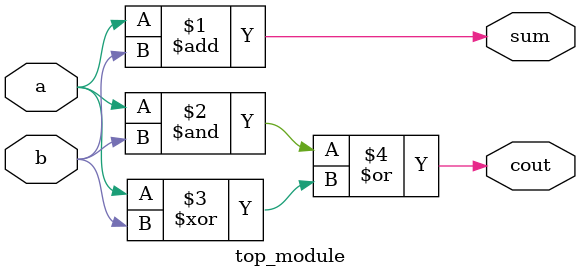
<source format=sv>
module top_module (
	input a,
	input b,
	output sum,
	output cout
);
  // Code missing for the adder logic
  assign sum = a + b;
  assign cout = (a & b) | (a ^ b);
endmodule

</source>
